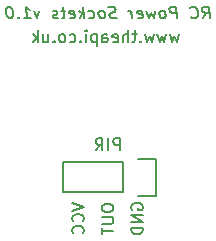
<source format=gbr>
G04 #@! TF.FileFunction,Legend,Bot*
%FSLAX46Y46*%
G04 Gerber Fmt 4.6, Leading zero omitted, Abs format (unit mm)*
G04 Created by KiCad (PCBNEW 4.0.2-4+6225~38~ubuntu14.04.1-stable) date Wed 23 Mar 2016 14:02:06 GMT*
%MOMM*%
G01*
G04 APERTURE LIST*
%ADD10C,0.100000*%
%ADD11C,0.150000*%
G04 APERTURE END LIST*
D10*
D11*
X150990476Y-82385714D02*
X150800000Y-83052381D01*
X150609523Y-82576190D01*
X150419047Y-83052381D01*
X150228571Y-82385714D01*
X149942857Y-82385714D02*
X149752381Y-83052381D01*
X149561904Y-82576190D01*
X149371428Y-83052381D01*
X149180952Y-82385714D01*
X148895238Y-82385714D02*
X148704762Y-83052381D01*
X148514285Y-82576190D01*
X148323809Y-83052381D01*
X148133333Y-82385714D01*
X147752381Y-82957143D02*
X147704762Y-83004762D01*
X147752381Y-83052381D01*
X147800000Y-83004762D01*
X147752381Y-82957143D01*
X147752381Y-83052381D01*
X147419048Y-82385714D02*
X147038096Y-82385714D01*
X147276191Y-82052381D02*
X147276191Y-82909524D01*
X147228572Y-83004762D01*
X147133334Y-83052381D01*
X147038096Y-83052381D01*
X146704762Y-83052381D02*
X146704762Y-82052381D01*
X146276190Y-83052381D02*
X146276190Y-82528571D01*
X146323809Y-82433333D01*
X146419047Y-82385714D01*
X146561905Y-82385714D01*
X146657143Y-82433333D01*
X146704762Y-82480952D01*
X145419047Y-83004762D02*
X145514285Y-83052381D01*
X145704762Y-83052381D01*
X145800000Y-83004762D01*
X145847619Y-82909524D01*
X145847619Y-82528571D01*
X145800000Y-82433333D01*
X145704762Y-82385714D01*
X145514285Y-82385714D01*
X145419047Y-82433333D01*
X145371428Y-82528571D01*
X145371428Y-82623810D01*
X145847619Y-82719048D01*
X144514285Y-83052381D02*
X144514285Y-82528571D01*
X144561904Y-82433333D01*
X144657142Y-82385714D01*
X144847619Y-82385714D01*
X144942857Y-82433333D01*
X144514285Y-83004762D02*
X144609523Y-83052381D01*
X144847619Y-83052381D01*
X144942857Y-83004762D01*
X144990476Y-82909524D01*
X144990476Y-82814286D01*
X144942857Y-82719048D01*
X144847619Y-82671429D01*
X144609523Y-82671429D01*
X144514285Y-82623810D01*
X144038095Y-82385714D02*
X144038095Y-83385714D01*
X144038095Y-82433333D02*
X143942857Y-82385714D01*
X143752380Y-82385714D01*
X143657142Y-82433333D01*
X143609523Y-82480952D01*
X143561904Y-82576190D01*
X143561904Y-82861905D01*
X143609523Y-82957143D01*
X143657142Y-83004762D01*
X143752380Y-83052381D01*
X143942857Y-83052381D01*
X144038095Y-83004762D01*
X143133333Y-83052381D02*
X143133333Y-82385714D01*
X143133333Y-82052381D02*
X143180952Y-82100000D01*
X143133333Y-82147619D01*
X143085714Y-82100000D01*
X143133333Y-82052381D01*
X143133333Y-82147619D01*
X142657143Y-82957143D02*
X142609524Y-83004762D01*
X142657143Y-83052381D01*
X142704762Y-83004762D01*
X142657143Y-82957143D01*
X142657143Y-83052381D01*
X141752381Y-83004762D02*
X141847619Y-83052381D01*
X142038096Y-83052381D01*
X142133334Y-83004762D01*
X142180953Y-82957143D01*
X142228572Y-82861905D01*
X142228572Y-82576190D01*
X142180953Y-82480952D01*
X142133334Y-82433333D01*
X142038096Y-82385714D01*
X141847619Y-82385714D01*
X141752381Y-82433333D01*
X141180953Y-83052381D02*
X141276191Y-83004762D01*
X141323810Y-82957143D01*
X141371429Y-82861905D01*
X141371429Y-82576190D01*
X141323810Y-82480952D01*
X141276191Y-82433333D01*
X141180953Y-82385714D01*
X141038095Y-82385714D01*
X140942857Y-82433333D01*
X140895238Y-82480952D01*
X140847619Y-82576190D01*
X140847619Y-82861905D01*
X140895238Y-82957143D01*
X140942857Y-83004762D01*
X141038095Y-83052381D01*
X141180953Y-83052381D01*
X140419048Y-82957143D02*
X140371429Y-83004762D01*
X140419048Y-83052381D01*
X140466667Y-83004762D01*
X140419048Y-82957143D01*
X140419048Y-83052381D01*
X139514286Y-82385714D02*
X139514286Y-83052381D01*
X139942858Y-82385714D02*
X139942858Y-82909524D01*
X139895239Y-83004762D01*
X139800001Y-83052381D01*
X139657143Y-83052381D01*
X139561905Y-83004762D01*
X139514286Y-82957143D01*
X139038096Y-83052381D02*
X139038096Y-82052381D01*
X138942858Y-82671429D02*
X138657143Y-83052381D01*
X138657143Y-82385714D02*
X139038096Y-82766667D01*
X153056549Y-81052381D02*
X153330359Y-80576190D01*
X153627978Y-81052381D02*
X153502978Y-80052381D01*
X153122025Y-80052381D01*
X153032739Y-80100000D01*
X152991072Y-80147619D01*
X152955358Y-80242857D01*
X152973215Y-80385714D01*
X153032739Y-80480952D01*
X153086310Y-80528571D01*
X153187501Y-80576190D01*
X153568454Y-80576190D01*
X152044644Y-80957143D02*
X152098215Y-81004762D01*
X152247025Y-81052381D01*
X152342263Y-81052381D01*
X152479168Y-81004762D01*
X152562501Y-80909524D01*
X152598216Y-80814286D01*
X152622025Y-80623810D01*
X152604168Y-80480952D01*
X152532739Y-80290476D01*
X152473216Y-80195238D01*
X152366073Y-80100000D01*
X152217263Y-80052381D01*
X152122025Y-80052381D01*
X151985120Y-80100000D01*
X151943453Y-80147619D01*
X150866073Y-81052381D02*
X150741073Y-80052381D01*
X150360120Y-80052381D01*
X150270834Y-80100000D01*
X150229167Y-80147619D01*
X150193453Y-80242857D01*
X150211310Y-80385714D01*
X150270834Y-80480952D01*
X150324405Y-80528571D01*
X150425596Y-80576190D01*
X150806549Y-80576190D01*
X149723216Y-81052381D02*
X149812501Y-81004762D01*
X149854168Y-80957143D01*
X149889882Y-80861905D01*
X149854168Y-80576190D01*
X149794644Y-80480952D01*
X149741073Y-80433333D01*
X149639882Y-80385714D01*
X149497024Y-80385714D01*
X149407739Y-80433333D01*
X149366072Y-80480952D01*
X149330358Y-80576190D01*
X149366072Y-80861905D01*
X149425596Y-80957143D01*
X149479167Y-81004762D01*
X149580358Y-81052381D01*
X149723216Y-81052381D01*
X148973215Y-80385714D02*
X148866073Y-81052381D01*
X148616072Y-80576190D01*
X148485120Y-81052381D01*
X148211310Y-80385714D01*
X147526786Y-81004762D02*
X147627977Y-81052381D01*
X147818454Y-81052381D01*
X147907739Y-81004762D01*
X147943453Y-80909524D01*
X147895834Y-80528571D01*
X147836311Y-80433333D01*
X147735120Y-80385714D01*
X147544643Y-80385714D01*
X147455358Y-80433333D01*
X147419643Y-80528571D01*
X147431548Y-80623810D01*
X147919644Y-80719048D01*
X147056549Y-81052381D02*
X146973215Y-80385714D01*
X146997025Y-80576190D02*
X146937501Y-80480952D01*
X146883930Y-80433333D01*
X146782739Y-80385714D01*
X146687500Y-80385714D01*
X145717262Y-81004762D02*
X145580358Y-81052381D01*
X145342262Y-81052381D01*
X145241071Y-81004762D01*
X145187500Y-80957143D01*
X145127976Y-80861905D01*
X145116071Y-80766667D01*
X145151786Y-80671429D01*
X145193452Y-80623810D01*
X145282738Y-80576190D01*
X145467262Y-80528571D01*
X145556548Y-80480952D01*
X145598215Y-80433333D01*
X145633929Y-80338095D01*
X145622024Y-80242857D01*
X145562500Y-80147619D01*
X145508929Y-80100000D01*
X145407739Y-80052381D01*
X145169643Y-80052381D01*
X145032738Y-80100000D01*
X144580358Y-81052381D02*
X144669643Y-81004762D01*
X144711310Y-80957143D01*
X144747024Y-80861905D01*
X144711310Y-80576190D01*
X144651786Y-80480952D01*
X144598215Y-80433333D01*
X144497024Y-80385714D01*
X144354166Y-80385714D01*
X144264881Y-80433333D01*
X144223214Y-80480952D01*
X144187500Y-80576190D01*
X144223214Y-80861905D01*
X144282738Y-80957143D01*
X144336309Y-81004762D01*
X144437500Y-81052381D01*
X144580358Y-81052381D01*
X143383928Y-81004762D02*
X143485119Y-81052381D01*
X143675596Y-81052381D01*
X143764881Y-81004762D01*
X143806548Y-80957143D01*
X143842262Y-80861905D01*
X143806548Y-80576190D01*
X143747024Y-80480952D01*
X143693453Y-80433333D01*
X143592262Y-80385714D01*
X143401785Y-80385714D01*
X143312500Y-80433333D01*
X142961310Y-81052381D02*
X142836310Y-80052381D01*
X142818453Y-80671429D02*
X142580357Y-81052381D01*
X142497023Y-80385714D02*
X142925595Y-80766667D01*
X141764880Y-81004762D02*
X141866071Y-81052381D01*
X142056548Y-81052381D01*
X142145833Y-81004762D01*
X142181547Y-80909524D01*
X142133928Y-80528571D01*
X142074405Y-80433333D01*
X141973214Y-80385714D01*
X141782737Y-80385714D01*
X141693452Y-80433333D01*
X141657737Y-80528571D01*
X141669642Y-80623810D01*
X142157738Y-80719048D01*
X141354166Y-80385714D02*
X140973214Y-80385714D01*
X141169643Y-80052381D02*
X141276785Y-80909524D01*
X141241071Y-81004762D01*
X141151786Y-81052381D01*
X141056548Y-81052381D01*
X140764880Y-81004762D02*
X140675595Y-81052381D01*
X140485119Y-81052381D01*
X140383927Y-81004762D01*
X140324403Y-80909524D01*
X140318451Y-80861905D01*
X140354165Y-80766667D01*
X140443452Y-80719048D01*
X140586309Y-80719048D01*
X140675595Y-80671429D01*
X140711309Y-80576190D01*
X140705356Y-80528571D01*
X140645833Y-80433333D01*
X140544642Y-80385714D01*
X140401785Y-80385714D01*
X140312499Y-80433333D01*
X139163689Y-80385714D02*
X139008928Y-81052381D01*
X138687498Y-80385714D01*
X137866070Y-81052381D02*
X138437499Y-81052381D01*
X138151785Y-81052381D02*
X138026785Y-80052381D01*
X138139880Y-80195238D01*
X138247022Y-80290476D01*
X138348213Y-80338095D01*
X137425594Y-80957143D02*
X137383927Y-81004762D01*
X137437499Y-81052381D01*
X137479165Y-81004762D01*
X137425594Y-80957143D01*
X137437499Y-81052381D01*
X136645833Y-80052381D02*
X136550594Y-80052381D01*
X136461308Y-80100000D01*
X136419641Y-80147619D01*
X136383927Y-80242857D01*
X136360118Y-80433333D01*
X136389880Y-80671429D01*
X136461308Y-80861905D01*
X136520832Y-80957143D01*
X136574403Y-81004762D01*
X136675594Y-81052381D01*
X136770833Y-81052381D01*
X136860118Y-81004762D01*
X136901785Y-80957143D01*
X136937499Y-80861905D01*
X136961309Y-80671429D01*
X136931547Y-80433333D01*
X136860118Y-80242857D01*
X136800594Y-80147619D01*
X136747023Y-80100000D01*
X136645833Y-80052381D01*
X141952381Y-96666667D02*
X142952381Y-97000000D01*
X141952381Y-97333334D01*
X142857143Y-98238096D02*
X142904762Y-98190477D01*
X142952381Y-98047620D01*
X142952381Y-97952382D01*
X142904762Y-97809524D01*
X142809524Y-97714286D01*
X142714286Y-97666667D01*
X142523810Y-97619048D01*
X142380952Y-97619048D01*
X142190476Y-97666667D01*
X142095238Y-97714286D01*
X142000000Y-97809524D01*
X141952381Y-97952382D01*
X141952381Y-98047620D01*
X142000000Y-98190477D01*
X142047619Y-98238096D01*
X142857143Y-99238096D02*
X142904762Y-99190477D01*
X142952381Y-99047620D01*
X142952381Y-98952382D01*
X142904762Y-98809524D01*
X142809524Y-98714286D01*
X142714286Y-98666667D01*
X142523810Y-98619048D01*
X142380952Y-98619048D01*
X142190476Y-98666667D01*
X142095238Y-98714286D01*
X142000000Y-98809524D01*
X141952381Y-98952382D01*
X141952381Y-99047620D01*
X142000000Y-99190477D01*
X142047619Y-99238096D01*
X144452381Y-97000000D02*
X144452381Y-97190477D01*
X144500000Y-97285715D01*
X144595238Y-97380953D01*
X144785714Y-97428572D01*
X145119048Y-97428572D01*
X145309524Y-97380953D01*
X145404762Y-97285715D01*
X145452381Y-97190477D01*
X145452381Y-97000000D01*
X145404762Y-96904762D01*
X145309524Y-96809524D01*
X145119048Y-96761905D01*
X144785714Y-96761905D01*
X144595238Y-96809524D01*
X144500000Y-96904762D01*
X144452381Y-97000000D01*
X144452381Y-97857143D02*
X145261905Y-97857143D01*
X145357143Y-97904762D01*
X145404762Y-97952381D01*
X145452381Y-98047619D01*
X145452381Y-98238096D01*
X145404762Y-98333334D01*
X145357143Y-98380953D01*
X145261905Y-98428572D01*
X144452381Y-98428572D01*
X144452381Y-98761905D02*
X144452381Y-99333334D01*
X145452381Y-99047619D02*
X144452381Y-99047619D01*
X147000000Y-97238096D02*
X146952381Y-97142858D01*
X146952381Y-97000001D01*
X147000000Y-96857143D01*
X147095238Y-96761905D01*
X147190476Y-96714286D01*
X147380952Y-96666667D01*
X147523810Y-96666667D01*
X147714286Y-96714286D01*
X147809524Y-96761905D01*
X147904762Y-96857143D01*
X147952381Y-97000001D01*
X147952381Y-97095239D01*
X147904762Y-97238096D01*
X147857143Y-97285715D01*
X147523810Y-97285715D01*
X147523810Y-97095239D01*
X147952381Y-97714286D02*
X146952381Y-97714286D01*
X147952381Y-98285715D01*
X146952381Y-98285715D01*
X147952381Y-98761905D02*
X146952381Y-98761905D01*
X146952381Y-99000000D01*
X147000000Y-99142858D01*
X147095238Y-99238096D01*
X147190476Y-99285715D01*
X147380952Y-99333334D01*
X147523810Y-99333334D01*
X147714286Y-99285715D01*
X147809524Y-99238096D01*
X147904762Y-99142858D01*
X147952381Y-99000000D01*
X147952381Y-98761905D01*
X147500000Y-92950000D02*
X149050000Y-92950000D01*
X149050000Y-92950000D02*
X149050000Y-96050000D01*
X149050000Y-96050000D02*
X147500000Y-96050000D01*
X146230000Y-93230000D02*
X141150000Y-93230000D01*
X141150000Y-93230000D02*
X141150000Y-95770000D01*
X141150000Y-95770000D02*
X146230000Y-95770000D01*
X146230000Y-95770000D02*
X146230000Y-93230000D01*
X146000000Y-92202381D02*
X146000000Y-91202381D01*
X145619047Y-91202381D01*
X145523809Y-91250000D01*
X145476190Y-91297619D01*
X145428571Y-91392857D01*
X145428571Y-91535714D01*
X145476190Y-91630952D01*
X145523809Y-91678571D01*
X145619047Y-91726190D01*
X146000000Y-91726190D01*
X145000000Y-92202381D02*
X145000000Y-91202381D01*
X143952381Y-92202381D02*
X144285715Y-91726190D01*
X144523810Y-92202381D02*
X144523810Y-91202381D01*
X144142857Y-91202381D01*
X144047619Y-91250000D01*
X144000000Y-91297619D01*
X143952381Y-91392857D01*
X143952381Y-91535714D01*
X144000000Y-91630952D01*
X144047619Y-91678571D01*
X144142857Y-91726190D01*
X144523810Y-91726190D01*
M02*

</source>
